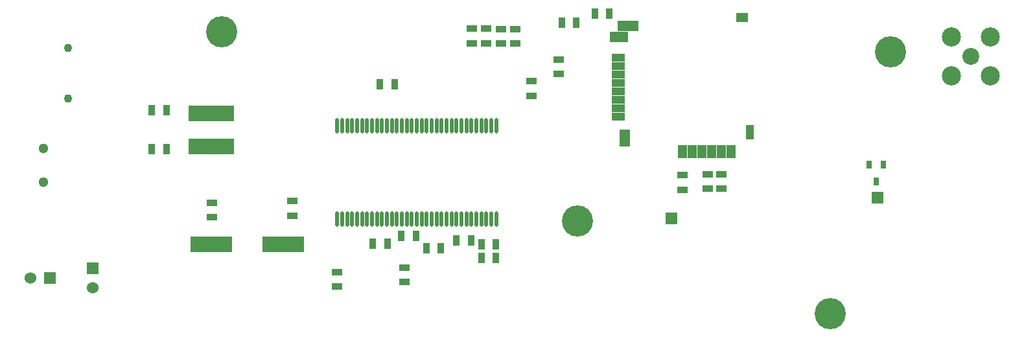
<source format=gbs>
G04 (created by PCBNEW (2013-07-07 BZR 4022)-stable) date 09/11/2014 09:40:27*
%MOIN*%
G04 Gerber Fmt 3.4, Leading zero omitted, Abs format*
%FSLAX34Y34*%
G01*
G70*
G90*
G04 APERTURE LIST*
%ADD10C,0.00590551*%
%ADD11R,0.0315X0.0394*%
%ADD12R,0.0590551X0.0590551*%
%ADD13C,0.0866142*%
%ADD14C,0.0984252*%
%ADD15R,0.055X0.035*%
%ADD16R,0.035X0.055*%
%ADD17R,0.0464567X0.0669291*%
%ADD18R,0.0708661X0.0393701*%
%ADD19R,0.0944882X0.0551181*%
%ADD20R,0.106299X0.0551181*%
%ADD21R,0.0629921X0.0511811*%
%ADD22R,0.0413386X0.0767717*%
%ADD23R,0.0570866X0.0866142*%
%ADD24R,0.2165X0.0787*%
%ADD25C,0.0511811*%
%ADD26R,0.23622X0.0787402*%
%ADD27O,0.0185039X0.0787402*%
%ADD28R,0.06X0.06*%
%ADD29C,0.06*%
%ADD30C,0.0433071*%
%ADD31C,0.16*%
G04 APERTURE END LIST*
G54D10*
G54D11*
X111045Y-68908D03*
X111420Y-68042D03*
X110670Y-68042D03*
G54D12*
X111110Y-69758D03*
X100530Y-70803D03*
G54D13*
X115922Y-62500D03*
G54D14*
X114922Y-63500D03*
X114922Y-61500D03*
X116922Y-61500D03*
X116922Y-63500D03*
G54D15*
X76890Y-70755D03*
X76890Y-70005D03*
X81030Y-70680D03*
X81030Y-69930D03*
G54D16*
X74545Y-65240D03*
X73795Y-65240D03*
X74545Y-67240D03*
X73795Y-67240D03*
X87385Y-71720D03*
X86635Y-71720D03*
G54D15*
X103100Y-69285D03*
X103100Y-68535D03*
X102390Y-69295D03*
X102390Y-68545D03*
X101090Y-69345D03*
X101090Y-68595D03*
G54D16*
X95635Y-60760D03*
X94885Y-60760D03*
X96585Y-60280D03*
X97335Y-60280D03*
G54D15*
X92470Y-61075D03*
X92470Y-61825D03*
X91750Y-61075D03*
X91750Y-61825D03*
X90250Y-61815D03*
X90250Y-61065D03*
X90970Y-61815D03*
X90970Y-61065D03*
X93315Y-64510D03*
X93315Y-63760D03*
X94725Y-62645D03*
X94725Y-63395D03*
G54D16*
X87915Y-72360D03*
X88665Y-72360D03*
X89465Y-71940D03*
X90215Y-71940D03*
X91500Y-72840D03*
X90750Y-72840D03*
G54D15*
X83310Y-73575D03*
X83310Y-74325D03*
X86770Y-73345D03*
X86770Y-74095D03*
G54D16*
X91500Y-72135D03*
X90750Y-72135D03*
X85535Y-63905D03*
X86285Y-63905D03*
X85905Y-72110D03*
X85155Y-72110D03*
G54D17*
X103596Y-67371D03*
X103096Y-67371D03*
X102596Y-67371D03*
X102096Y-67371D03*
X101596Y-67371D03*
X101096Y-67371D03*
G54D18*
X97781Y-62548D03*
X97781Y-62981D03*
X97781Y-63414D03*
X97781Y-63847D03*
X97781Y-64280D03*
X97781Y-64713D03*
X97781Y-65146D03*
X97781Y-65579D03*
G54D19*
X97820Y-61501D03*
G54D20*
X98292Y-60910D03*
G54D21*
X104165Y-60481D03*
G54D22*
X104562Y-66396D03*
G54D23*
X98105Y-66682D03*
G54D24*
X76845Y-72140D03*
X80545Y-72140D03*
G54D25*
X68203Y-68956D03*
X68203Y-67223D03*
G54D26*
X76848Y-65413D03*
X76848Y-67106D03*
G54D27*
X91514Y-70856D03*
X91258Y-70856D03*
X91002Y-70856D03*
X90746Y-70856D03*
X90490Y-70856D03*
X90234Y-70856D03*
X89979Y-70856D03*
X89723Y-70856D03*
X89467Y-70856D03*
X89211Y-70856D03*
X88955Y-70856D03*
X88699Y-70856D03*
X88443Y-70856D03*
X88187Y-70856D03*
X87931Y-70856D03*
X87675Y-70856D03*
X87420Y-70856D03*
X87164Y-70856D03*
X86908Y-70856D03*
X86652Y-70856D03*
X86396Y-70856D03*
X86140Y-70856D03*
X85884Y-70856D03*
X85628Y-70856D03*
X85372Y-70856D03*
X85116Y-70856D03*
X84860Y-70856D03*
X84605Y-70856D03*
X84349Y-70856D03*
X84093Y-70856D03*
X83837Y-70856D03*
X83581Y-70856D03*
X83325Y-70856D03*
X83325Y-66043D03*
X83581Y-66043D03*
X83837Y-66043D03*
X84093Y-66043D03*
X84349Y-66043D03*
X84605Y-66043D03*
X84860Y-66043D03*
X85116Y-66043D03*
X85372Y-66043D03*
X85628Y-66043D03*
X85884Y-66043D03*
X86140Y-66043D03*
X86396Y-66043D03*
X86652Y-66043D03*
X86908Y-66043D03*
X87164Y-66043D03*
X87420Y-66043D03*
X87675Y-66043D03*
X87931Y-66043D03*
X88187Y-66043D03*
X88443Y-66043D03*
X88699Y-66043D03*
X88955Y-66043D03*
X89211Y-66043D03*
X89467Y-66043D03*
X89723Y-66043D03*
X89979Y-66043D03*
X90234Y-66043D03*
X90490Y-66043D03*
X90746Y-66043D03*
X91002Y-66043D03*
X91258Y-66043D03*
X91514Y-66043D03*
G54D28*
X68540Y-73875D03*
G54D29*
X67540Y-73875D03*
G54D28*
X70740Y-73390D03*
G54D29*
X70740Y-74390D03*
G54D30*
X69488Y-62045D03*
X69488Y-64644D03*
G54D31*
X77370Y-61215D03*
X95685Y-70965D03*
X111780Y-62240D03*
X108675Y-75705D03*
M02*

</source>
